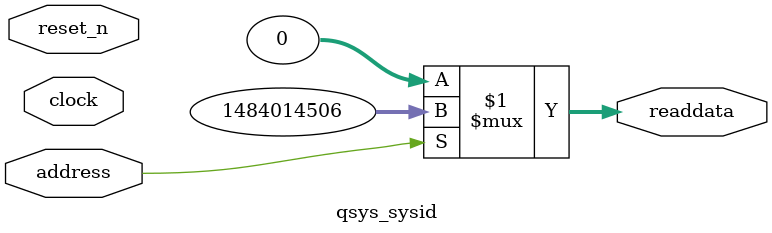
<source format=v>



// synthesis translate_off
`timescale 1ns / 1ps
// synthesis translate_on

// turn off superfluous verilog processor warnings 
// altera message_level Level1 
// altera message_off 10034 10035 10036 10037 10230 10240 10030 

module qsys_sysid (
               // inputs:
                address,
                clock,
                reset_n,

               // outputs:
                readdata
             )
;

  output  [ 31: 0] readdata;
  input            address;
  input            clock;
  input            reset_n;

  wire    [ 31: 0] readdata;
  //control_slave, which is an e_avalon_slave
  assign readdata = address ? 1484014506 : 0;

endmodule



</source>
